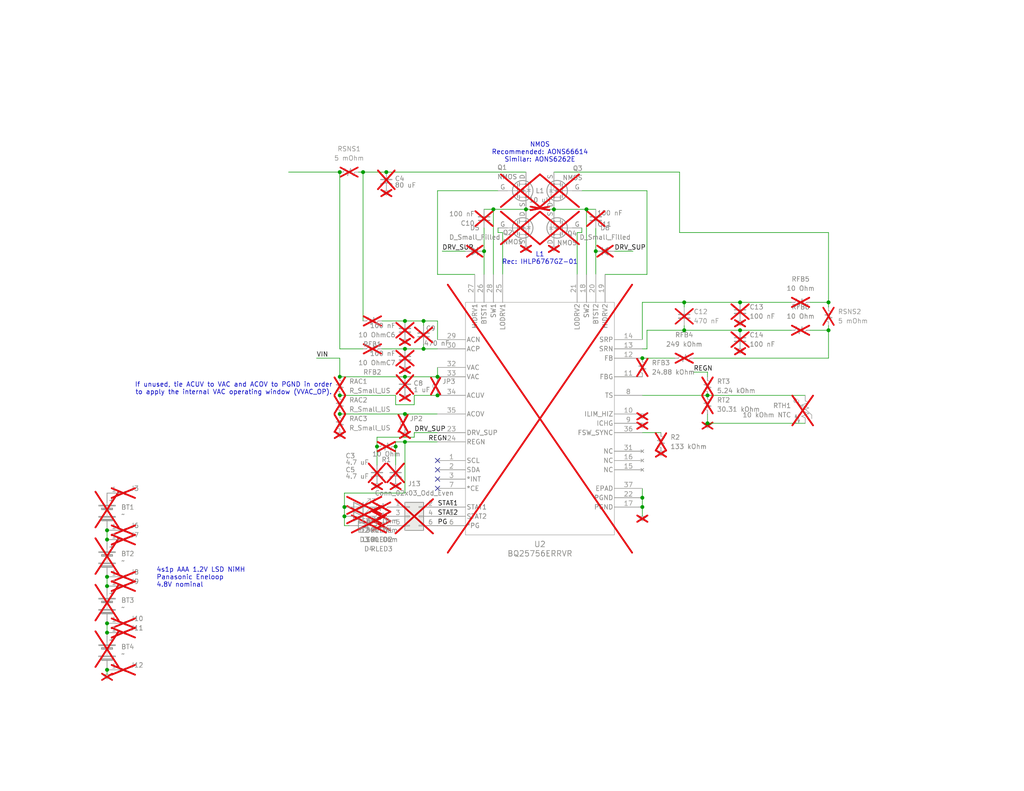
<source format=kicad_sch>
(kicad_sch (version 20231120) (generator "eeschema") (generator_version "8.0")
  (paper "USLetter")
  (lib_symbols
    (symbol "BQ25756E:BQ25756ERRVR" (pin_names (offset 0.254))
      (property "Reference" "U" (at 27.94 10.16 0))
      (property "Value" "BQ25756ERRVR" (at 27.94 7.62 0))
      (symbol "BQ25756ERRVR_0_1"
        (polyline (pts (xy 7.62 -58.42) (xy 48.26 -58.42)) (stroke (width 0.127)))
        (polyline (pts (xy 7.62 5.08) (xy 7.62 -58.42)) (stroke (width 0.127)))
        (polyline (pts (xy 48.26 -58.42) (xy 48.26 5.08)) (stroke (width 0.127)))
        (polyline (pts (xy 48.26 5.08) (xy 7.62 5.08)) (stroke (width 0.127)))
        (pin input line (at 0 -38.1 0) (length 7.62) (name "SCL") (number "1"))
        (pin input line (at 55.88 -25.4 180) (length 7.62) (name "ILIM_HIZ") (number "10"))
        (pin input line (at 55.88 -15.24 180) (length 7.62) (name "FBG") (number "11"))
        (pin input line (at 55.88 -10.16 180) (length 7.62) (name "FB") (number "12"))
        (pin input line (at 55.88 -7.62 180) (length 7.62) (name "SRN") (number "13"))
        (pin input line (at 55.88 -5.08 180) (length 7.62) (name "SRP") (number "14"))
        (pin no_connect line (at 55.88 -40.64 180) (length 7.62) (name "NC") (number "15"))
        (pin no_connect line (at 55.88 -38.1 180) (length 7.62) (name "NC") (number "16"))
        (pin power_out line (at 55.88 -50.8 180) (length 7.62) (name "PGND") (number "17"))
        (pin power_in line (at 40.64 12.7 270) (length 7.62) (name "SW2") (number "18"))
        (pin output line (at 45.72 12.7 270) (length 7.62) (name "HIDRV2") (number "19"))
        (pin bidirectional line (at 0 -40.64 0) (length 7.62) (name "SDA") (number "2"))
        (pin power_in line (at 43.18 12.7 270) (length 7.62) (name "BTST2") (number "20"))
        (pin output line (at 38.1 12.7 270) (length 7.62) (name "LODRV2") (number "21"))
        (pin power_in line (at 55.88 -48.26 180) (length 7.62) (name "PGND") (number "22"))
        (pin power_in line (at 0 -30.48 0) (length 7.62) (name "DRV_SUP") (number "23"))
        (pin power_in line (at 0 -33.02 0) (length 7.62) (name "REGN") (number "24"))
        (pin output line (at 17.78 12.7 270) (length 7.62) (name "LODRV1") (number "25"))
        (pin power_in line (at 12.7 12.7 270) (length 7.62) (name "BTST1") (number "26"))
        (pin output line (at 10.16 12.7 270) (length 7.62) (name "HIDRV1") (number "27"))
        (pin power_in line (at 15.24 12.7 270) (length 7.62) (name "SW1") (number "28"))
        (pin input line (at 0 -5.08 0) (length 7.62) (name "ACN") (number "29"))
        (pin output line (at 0 -43.18 0) (length 7.62) (name "*INT") (number "3"))
        (pin input line (at 0 -7.62 0) (length 7.62) (name "ACP") (number "30"))
        (pin no_connect line (at 55.88 -35.56 180) (length 7.62) (name "NC") (number "31"))
        (pin power_in line (at 0 -12.7 0) (length 7.62) (name "VAC") (number "32"))
        (pin input line (at 0 -15.24 0) (length 7.62) (name "VAC") (number "33"))
        (pin input line (at 0 -20.32 0) (length 7.62) (name "ACUV") (number "34"))
        (pin input line (at 0 -25.4 0) (length 7.62) (name "ACOV") (number "35"))
        (pin power_in line (at 55.88 -30.48 180) (length 7.62) (name "FSW_SYNC") (number "36"))
        (pin power_out line (at 55.88 -45.72 180) (length 7.62) (name "EPAD") (number "37"))
        (pin output line (at 0 -50.8 0) (length 7.62) (name "STAT1") (number "4"))
        (pin output line (at 0 -53.34 0) (length 7.62) (name "STAT2") (number "5"))
        (pin output line (at 0 -55.88 0) (length 7.62) (name "*PG") (number "6"))
        (pin bidirectional line (at 0 -45.72 0) (length 7.62) (name "*CE") (number "7"))
        (pin input line (at 55.88 -20.32 180) (length 7.62) (name "TS") (number "8"))
        (pin input line (at 55.88 -27.94 180) (length 7.62) (name "ICHG") (number "9"))
      )
    )
    (symbol "Connector:Conn_01x01_Socket" (pin_names (offset 1.016) hide)
      (property "Reference" "J" (at 0 2.54 0))
      (property "Value" "Conn_01x01_Socket" (at 0 -2.54 0))
      (symbol "Conn_01x01_Socket_1_1"
        (polyline (pts (xy -1.27 0) (xy -0.508 0)) (stroke (width 0.1524)))
        (arc (start 0 0.508) (mid -0.5058 0) (end 0 -0.508) (stroke (width 0.1524)))
        (pin passive line (at -5.08 0 0) (length 3.81) (name "Pin_1") (number "1"))
      )
    )
    (symbol "Connector_Generic:Conn_02x03_Odd_Even" (pin_names (offset 1.016) hide)
      (property "Reference" "J" (at 1.27 5.08 0))
      (property "Value" "Conn_02x03_Odd_Even" (at 1.27 -5.08 0))
      (symbol "Conn_02x03_Odd_Even_1_1"
        (rectangle (start -1.27 -2.413) (end 0 -2.667) (stroke (width 0.1524)))
        (rectangle (start -1.27 0.127) (end 0 -0.127) (stroke (width 0.1524)))
        (rectangle (start -1.27 2.667) (end 0 2.413) (stroke (width 0.1524)))
        (rectangle (start -1.27 3.81) (end 3.81 -3.81) (stroke (width 0.254)) (fill (type background)))
        (rectangle (start 3.81 -2.413) (end 2.54 -2.667) (stroke (width 0.1524)))
        (rectangle (start 3.81 0.127) (end 2.54 -0.127) (stroke (width 0.1524)))
        (rectangle (start 3.81 2.667) (end 2.54 2.413) (stroke (width 0.1524)))
        (pin passive line (at -5.08 2.54 0) (length 3.81) (name "Pin_1") (number "1"))
        (pin passive line (at 7.62 2.54 180) (length 3.81) (name "Pin_2") (number "2"))
        (pin passive line (at -5.08 0 0) (length 3.81) (name "Pin_3") (number "3"))
        (pin passive line (at 7.62 0 180) (length 3.81) (name "Pin_4") (number "4"))
        (pin passive line (at -5.08 -2.54 0) (length 3.81) (name "Pin_5") (number "5"))
        (pin passive line (at 7.62 -2.54 180) (length 3.81) (name "Pin_6") (number "6"))
      )
    )
    (symbol "Device:Battery" (pin_numbers hide) (pin_names (offset 0) hide)
      (property "Reference" "BT" (at 2.54 2.54 0))
      (property "Value" "Battery" (at 2.54 0 0))
      (symbol "Battery_0_1"
        (rectangle (start -2.286 -1.27) (end 2.286 -1.524) (fill (type outline)))
        (rectangle (start -2.286 1.778) (end 2.286 1.524) (fill (type outline)))
        (rectangle (start -1.524 -2.032) (end 1.524 -2.54) (fill (type outline)))
        (rectangle (start -1.524 1.016) (end 1.524 0.508) (fill (type outline)))
        (polyline (pts (xy 0 -1.016) (xy 0 -0.762)))
        (polyline (pts (xy 0 -0.508) (xy 0 -0.254)))
        (polyline (pts (xy 0 0) (xy 0 0.254)))
        (polyline (pts (xy 0 1.778) (xy 0 2.54)))
        (polyline (pts (xy 0.762 3.048) (xy 1.778 3.048)) (stroke (width 0.254)))
        (polyline (pts (xy 1.27 3.556) (xy 1.27 2.54)) (stroke (width 0.254)))
      )
      (symbol "Battery_1_1"
        (pin passive line (at 0 5.08 270) (length 2.54) (name "+") (number "1"))
        (pin passive line (at 0 -5.08 90) (length 2.54) (name "-") (number "2"))
      )
    )
    (symbol "Device:C_Polarized_Small_US" (pin_numbers hide) (pin_names (offset 0.254) hide)
      (property "Reference" "C" (at 0.254 1.778 0))
      (property "Value" "C_Polarized_Small_US" (at 0.254 -2.032 0))
      (symbol "C_Polarized_Small_US_0_1"
        (polyline (pts (xy -1.524 0.508) (xy 1.524 0.508)) (stroke (width 0.3048)))
        (polyline (pts (xy -1.27 1.524) (xy -0.762 1.524)))
        (polyline (pts (xy -1.016 1.27) (xy -1.016 1.778)))
        (arc (start 1.524 -0.762) (mid 0 -0.3734) (end -1.524 -0.762) (stroke (width 0.3048)))
      )
      (symbol "C_Polarized_Small_US_1_1"
        (pin passive line (at 0 2.54 270) (length 2.032) (name "~") (number "1"))
        (pin passive line (at 0 -2.54 90) (length 2.032) (name "~") (number "2"))
      )
    )
    (symbol "Device:C_Small" (pin_numbers hide) (pin_names (offset 0.254) hide)
      (property "Reference" "C" (at 0.254 1.778 0))
      (property "Value" "C_Small" (at 0.254 -2.032 0))
      (symbol "C_Small_0_1"
        (polyline (pts (xy -1.524 -0.508) (xy 1.524 -0.508)) (stroke (width 0.3302)))
        (polyline (pts (xy -1.524 0.508) (xy 1.524 0.508)) (stroke (width 0.3048)))
      )
      (symbol "C_Small_1_1"
        (pin passive line (at 0 2.54 270) (length 2.032) (name "~") (number "1"))
        (pin passive line (at 0 -2.54 90) (length 2.032) (name "~") (number "2"))
      )
    )
    (symbol "Device:D_Small_Filled" (pin_numbers hide) (pin_names (offset 0.254) hide)
      (property "Reference" "D" (at -1.27 2.032 0))
      (property "Value" "D_Small_Filled" (at -3.81 -2.032 0))
      (symbol "D_Small_Filled_0_1"
        (polyline (pts (xy -0.762 -1.016) (xy -0.762 1.016)) (stroke (width 0.254)))
        (polyline (pts (xy -0.762 0) (xy 0.762 0)))
        (polyline (pts (xy 0.762 -1.016) (xy -0.762 0) (xy 0.762 1.016) (xy 0.762 -1.016)) (stroke (width 0.254)) (fill (type outline)))
      )
      (symbol "D_Small_Filled_1_1"
        (pin passive line (at -2.54 0 0) (length 1.778) (name "K") (number "1"))
        (pin passive line (at 2.54 0 180) (length 1.778) (name "A") (number "2"))
      )
    )
    (symbol "Device:LED" (pin_numbers hide) (pin_names (offset 1.016) hide)
      (property "Reference" "D" (at 0 2.54 0))
      (property "Value" "LED" (at 0 -2.54 0))
      (symbol "LED_0_1"
        (polyline (pts (xy -1.27 -1.27) (xy -1.27 1.27)) (stroke (width 0.254)))
        (polyline (pts (xy -1.27 0) (xy 1.27 0)))
        (polyline (pts (xy 1.27 -1.27) (xy 1.27 1.27) (xy -1.27 0) (xy 1.27 -1.27)) (stroke (width 0.254)))
        (polyline (pts (xy -3.048 -0.762) (xy -4.572 -2.286) (xy -3.81 -2.286) (xy -4.572 -2.286) (xy -4.572 -1.524)))
        (polyline (pts (xy -1.778 -0.762) (xy -3.302 -2.286) (xy -2.54 -2.286) (xy -3.302 -2.286) (xy -3.302 -1.524)))
      )
      (symbol "LED_1_1"
        (pin passive line (at -3.81 0 0) (length 2.54) (name "K") (number "1"))
        (pin passive line (at 3.81 0 180) (length 2.54) (name "A") (number "2"))
      )
    )
    (symbol "Device:L_Small" (pin_numbers hide) (pin_names (offset 0.254) hide)
      (property "Reference" "L" (at 0.762 1.016 0))
      (property "Value" "L_Small" (at 0.762 -1.016 0))
      (symbol "L_Small_0_1"
        (arc (start 0 -2.032) (mid 0.5058 -1.524) (end 0 -1.016))
        (arc (start 0 -1.016) (mid 0.5058 -0.508) (end 0 0))
        (arc (start 0 0) (mid 0.5058 0.508) (end 0 1.016))
        (arc (start 0 1.016) (mid 0.5058 1.524) (end 0 2.032))
      )
      (symbol "L_Small_1_1"
        (pin passive line (at 0 2.54 270) (length 0.508) (name "~") (number "1"))
        (pin passive line (at 0 -2.54 90) (length 0.508) (name "~") (number "2"))
      )
    )
    (symbol "Device:R_Small_US" (pin_numbers hide) (pin_names (offset 0.254) hide)
      (property "Reference" "R" (at 0.762 0.508 0))
      (property "Value" "R_Small_US" (at 0.762 -1.016 0))
      (symbol "R_Small_US_1_1"
        (polyline (pts (xy 0 0) (xy 1.016 -0.381) (xy 0 -0.762) (xy -1.016 -1.143) (xy 0 -1.524)))
        (polyline (pts (xy 0 1.524) (xy 1.016 1.143) (xy 0 0.762) (xy -1.016 0.381) (xy 0 0)))
        (pin passive line (at 0 2.54 270) (length 1.016) (name "~") (number "1"))
        (pin passive line (at 0 -2.54 90) (length 1.016) (name "~") (number "2"))
      )
    )
    (symbol "Device:Thermistor_NTC_US" (pin_numbers hide) (pin_names (offset 0))
      (property "Reference" "TH" (at -4.445 0 90))
      (property "Value" "Thermistor_NTC_US" (at 3.175 0 90))
      (symbol "Thermistor_NTC_US_0_1"
        (arc (start -3.048 2.159) (mid -3.0495 2.3143) (end -3.175 2.413))
        (arc (start -3.048 2.159) (mid -2.9736 1.9794) (end -2.794 1.905))
        (arc (start -3.048 2.794) (mid -2.9736 2.6144) (end -2.794 2.54))
        (arc (start -2.794 1.905) (mid -2.6144 1.9794) (end -2.54 2.159))
        (arc (start -2.794 2.54) (mid -2.4393 2.5587) (end -2.159 2.794))
        (arc (start -2.794 3.048) (mid -2.9736 2.9736) (end -3.048 2.794))
        (arc (start -2.54 2.794) (mid -2.6144 2.9736) (end -2.794 3.048))
        (polyline (pts (xy -2.54 2.159) (xy -2.54 2.794)))
        (polyline (pts (xy 0 -2.286) (xy 0 -2.54)))
        (polyline (pts (xy 0 2.286) (xy 0 2.54)))
        (polyline (pts (xy -1.778 2.54) (xy -1.778 1.524) (xy 1.778 -1.524) (xy 1.778 -2.54)))
        (polyline (pts (xy 0 -0.762) (xy 1.016 -1.143) (xy 0 -1.524) (xy -1.016 -1.905) (xy 0 -2.286)))
        (polyline (pts (xy 0 0.762) (xy 1.016 0.381) (xy 0 0) (xy -1.016 -0.381) (xy 0 -0.762)))
        (polyline (pts (xy 0 2.286) (xy 1.016 1.905) (xy 0 1.524) (xy -1.016 1.143) (xy 0 0.762)))
        (polyline (pts (xy -2.54 -3.683) (xy -2.54 -1.397) (xy -2.794 -2.159) (xy -2.286 -2.159) (xy -2.54 -1.397) (xy -2.54 -1.651)) (fill (type outline)))
        (polyline (pts (xy -1.778 -1.397) (xy -1.778 -3.683) (xy -2.032 -2.921) (xy -1.524 -2.921) (xy -1.778 -3.683) (xy -1.778 -3.429)) (fill (type outline)))
      )
      (symbol "Thermistor_NTC_US_1_1"
        (pin passive line (at 0 3.81 270) (length 1.27) (name "~") (number "1"))
        (pin passive line (at 0 -3.81 90) (length 1.27) (name "~") (number "2"))
      )
    )
    (symbol "Jumper:Jumper_2_Small_Open" (pin_numbers hide) (pin_names (offset 0) hide) (exclude_from_sim yes)
      (property "Reference" "JP" (at 0 2.794 0))
      (property "Value" "Jumper_2_Small_Open" (at 0 -2.286 0))
      (symbol "Jumper_2_Small_Open_0_0"
        (circle (center -1.016 0) (radius 0.254))
        (circle (center 1.016 0) (radius 0.254))
      )
      (symbol "Jumper_2_Small_Open_0_1"
        (arc (start 0.762 1.0196) (mid 0 1.2729) (end -0.762 1.0196))
      )
      (symbol "Jumper_2_Small_Open_1_1"
        (pin passive line (at -2.54 0 0) (length 1.27) (name "A") (number "1"))
        (pin passive line (at 2.54 0 180) (length 1.27) (name "B") (number "2"))
      )
    )
    (symbol "Simulation_SPICE:0" (power) (pin_numbers hide) (pin_names (offset 0) hide)
      (property "Value" "0" (at 0 -2.54 0))
      (symbol "0_0_1"
        (polyline (pts (xy -1.27 0) (xy 0 -1.27) (xy 1.27 0) (xy -1.27 0)))
      )
      (symbol "0_1_1"
        (pin power_in line (at 0 0 0) (length 0) (name "~") (number "1"))
      )
    )
    (symbol "Simulation_SPICE:NMOS" (pin_numbers hide) (pin_names (offset 0))
      (property "Reference" "Q" (at 5.08 1.27 0))
      (property "Value" "NMOS" (at 5.08 -1.27 0))
      (symbol "NMOS_0_1"
        (polyline (pts (xy 0.254 0) (xy -2.54 0)))
        (polyline (pts (xy 0.254 1.905) (xy 0.254 -1.905)) (stroke (width 0.254)))
        (polyline (pts (xy 0.762 -1.27) (xy 0.762 -2.286)) (stroke (width 0.254)))
        (polyline (pts (xy 0.762 0.508) (xy 0.762 -0.508)) (stroke (width 0.254)))
        (polyline (pts (xy 0.762 2.286) (xy 0.762 1.27)) (stroke (width 0.254)))
        (polyline (pts (xy 2.54 2.54) (xy 2.54 1.778)))
        (polyline (pts (xy 2.54 -2.54) (xy 2.54 0) (xy 0.762 0)))
        (polyline (pts (xy 0.762 -1.778) (xy 3.302 -1.778) (xy 3.302 1.778) (xy 0.762 1.778)))
        (polyline (pts (xy 1.016 0) (xy 2.032 0.381) (xy 2.032 -0.381) (xy 1.016 0)) (fill (type outline)))
        (polyline (pts (xy 2.794 0.508) (xy 2.921 0.381) (xy 3.683 0.381) (xy 3.81 0.254)))
        (polyline (pts (xy 3.302 0.381) (xy 2.921 -0.254) (xy 3.683 -0.254) (xy 3.302 0.381)))
        (circle (center 1.651 0) (radius 2.794) (stroke (width 0.254)))
        (circle (center 2.54 -1.778) (radius 0.254) (fill (type outline)))
        (circle (center 2.54 1.778) (radius 0.254) (fill (type outline)))
      )
      (symbol "NMOS_1_1"
        (pin passive line (at 2.54 5.08 270) (length 2.54) (name "D") (number "1"))
        (pin input line (at -5.08 0 0) (length 2.54) (name "G") (number "2"))
        (pin passive line (at 2.54 -5.08 90) (length 2.54) (name "S") (number "3"))
      )
    )
  )
  (junction (at 29.21 147.32))
  (junction (at 29.21 144.78))
  (junction (at 107.95 121.92))
  (junction (at 186.69 90.17))
  (junction (at 29.21 170.18))
  (junction (at 29.21 157.48))
  (junction (at 201.93 90.17))
  (junction (at 151.13 57.15))
  (junction (at 119.38 102.87))
  (junction (at 29.21 182.88))
  (junction (at 92.71 107.95))
  (junction (at 193.04 107.95))
  (junction (at 110.49 87.63))
  (junction (at 193.04 115.57))
  (junction (at 92.71 46.99))
  (junction (at 92.71 102.87))
  (junction (at 29.21 160.02))
  (junction (at 115.57 95.25))
  (junction (at 134.62 57.15))
  (junction (at 226.06 82.55))
  (junction (at 115.57 87.63))
  (junction (at 175.26 138.43))
  (junction (at 226.06 90.17))
  (junction (at 92.71 113.03))
  (junction (at 29.21 172.72))
  (junction (at 93.98 140.97))
  (junction (at 93.98 138.43))
  (junction (at 119.38 107.95))
  (junction (at 110.49 102.87))
  (junction (at 175.26 135.89))
  (junction (at 162.56 68.58))
  (junction (at 110.49 95.25))
  (junction (at 143.51 57.15))
  (junction (at 110.49 120.65))
  (junction (at 105.41 46.99))
  (junction (at 99.06 46.99))
  (junction (at 175.26 97.79))
  (junction (at 102.87 121.92))
  (junction (at 132.08 68.58))
  (junction (at 110.49 113.03))
  (junction (at 201.93 82.55))
  (junction (at 160.02 57.15))
  (junction (at 186.69 82.55))
  (no_connect (at 119.38 128.27))
  (no_connect (at 119.38 130.81))
  (no_connect (at 119.38 133.35))
  (no_connect (at 119.38 125.73))
  (wire (pts (xy 176.53 52.07) (xy 176.53 74.93)))
  (wire (pts (xy 120.65 68.58) (xy 127 68.58)))
  (wire (pts (xy 93.98 134.62) (xy 110.49 134.62)))
  (wire (pts (xy 110.49 102.87) (xy 119.38 102.87)))
  (wire (pts (xy 105.41 46.99) (xy 143.51 46.99)))
  (wire (pts (xy 162.56 68.58) (xy 162.56 74.93)))
  (wire (pts (xy 151.13 46.99) (xy 185.42 46.99)))
  (wire (pts (xy 186.69 82.55) (xy 186.69 83.82)))
  (wire (pts (xy 176.53 95.25) (xy 176.53 90.17)))
  (wire (pts (xy 104.14 95.25) (xy 110.49 95.25)))
  (wire (pts (xy 135.89 62.23) (xy 135.89 63.5)))
  (wire (pts (xy 219.71 115.57) (xy 193.04 115.57)))
  (wire (pts (xy 93.98 143.51) (xy 95.25 143.51)))
  (wire (pts (xy 110.49 95.25) (xy 115.57 95.25)))
  (wire (pts (xy 101.6 143.51) (xy 102.87 143.51)))
  (wire (pts (xy 115.57 87.63) (xy 115.57 88.9)))
  (wire (pts (xy 160.02 57.15) (xy 160.02 74.93)))
  (wire (pts (xy 78.74 46.99) (xy 92.71 46.99)))
  (wire (pts (xy 158.75 52.07) (xy 176.53 52.07)))
  (wire (pts (xy 102.87 119.38) (xy 102.87 121.92)))
  (wire (pts (xy 93.98 140.97) (xy 93.98 138.43)))
  (wire (pts (xy 157.48 63.5) (xy 157.48 74.93)))
  (wire (pts (xy 99.06 46.99) (xy 105.41 46.99)))
  (wire (pts (xy 115.57 95.25) (xy 119.38 95.25)))
  (wire (pts (xy 162.56 62.23) (xy 162.56 68.58)))
  (wire (pts (xy 113.03 110.49) (xy 107.95 110.49)))
  (wire (pts (xy 107.95 120.65) (xy 107.95 121.92)))
  (wire (pts (xy 113.03 107.95) (xy 119.38 107.95)))
  (wire (pts (xy 134.62 57.15) (xy 134.62 74.93)))
  (wire (pts (xy 113.03 107.95) (xy 113.03 110.49)))
  (wire (pts (xy 167.64 68.58) (xy 172.72 68.58)))
  (wire (pts (xy 158.75 62.23) (xy 158.75 63.5)))
  (wire (pts (xy 143.51 57.15) (xy 144.78 57.15)))
  (wire (pts (xy 132.08 57.15) (xy 134.62 57.15)))
  (wire (pts (xy 185.42 46.99) (xy 185.42 63.5)))
  (wire (pts (xy 113.03 118.11) (xy 119.38 118.11)))
  (wire (pts (xy 186.69 82.55) (xy 175.26 82.55)))
  (wire (pts (xy 119.38 87.63) (xy 115.57 87.63)))
  (wire (pts (xy 113.03 118.11) (xy 113.03 119.38)))
  (wire (pts (xy 226.06 82.55) (xy 226.06 83.82)))
  (wire (pts (xy 129.54 74.93) (xy 119.38 74.93)))
  (wire (pts (xy 115.57 87.63) (xy 110.49 87.63)))
  (wire (pts (xy 29.21 157.48) (xy 29.21 160.02)))
  (wire (pts (xy 92.71 102.87) (xy 92.71 97.79)))
  (wire (pts (xy 175.26 82.55) (xy 175.26 92.71)))
  (wire (pts (xy 201.93 90.17) (xy 215.9 90.17)))
  (wire (pts (xy 86.36 97.79) (xy 92.71 97.79)))
  (wire (pts (xy 189.23 97.79) (xy 226.06 97.79)))
  (wire (pts (xy 135.89 63.5) (xy 137.16 63.5)))
  (wire (pts (xy 110.49 113.03) (xy 119.38 113.03)))
  (wire (pts (xy 175.26 97.79) (xy 184.15 97.79)))
  (wire (pts (xy 107.95 120.65) (xy 110.49 120.65)))
  (wire (pts (xy 215.9 82.55) (xy 201.93 82.55)))
  (wire (pts (xy 92.71 95.25) (xy 92.71 46.99)))
  (wire (pts (xy 99.06 95.25) (xy 92.71 95.25)))
  (wire (pts (xy 175.26 133.35) (xy 175.26 135.89)))
  (wire (pts (xy 176.53 90.17) (xy 186.69 90.17)))
  (wire (pts (xy 226.06 90.17) (xy 226.06 97.79)))
  (wire (pts (xy 99.06 46.99) (xy 97.79 46.99)))
  (wire (pts (xy 107.95 127) (xy 107.95 121.92)))
  (wire (pts (xy 107.95 110.49) (xy 107.95 107.95)))
  (wire (pts (xy 193.04 101.6) (xy 193.04 102.87)))
  (wire (pts (xy 189.23 101.6) (xy 193.04 101.6)))
  (wire (pts (xy 160.02 57.15) (xy 162.56 57.15)))
  (wire (pts (xy 137.16 63.5) (xy 137.16 74.93)))
  (wire (pts (xy 102.87 127) (xy 102.87 121.92)))
  (wire (pts (xy 193.04 107.95) (xy 219.71 107.95)))
  (wire (pts (xy 175.26 135.89) (xy 175.26 138.43)))
  (wire (pts (xy 119.38 74.93) (xy 119.38 52.07)))
  (wire (pts (xy 158.75 63.5) (xy 157.48 63.5)))
  (wire (pts (xy 226.06 63.5) (xy 226.06 82.55)))
  (wire (pts (xy 151.13 57.15) (xy 149.86 57.15)))
  (wire (pts (xy 151.13 57.15) (xy 160.02 57.15)))
  (wire (pts (xy 113.03 119.38) (xy 102.87 119.38)))
  (wire (pts (xy 29.21 144.78) (xy 29.21 147.32)))
  (wire (pts (xy 132.08 68.58) (xy 132.08 74.93)))
  (wire (pts (xy 175.26 118.11) (xy 180.34 118.11)))
  (wire (pts (xy 119.38 92.71) (xy 119.38 87.63)))
  (wire (pts (xy 185.42 63.5) (xy 226.06 63.5)))
  (wire (pts (xy 175.26 95.25) (xy 176.53 95.25)))
  (wire (pts (xy 220.98 82.55) (xy 226.06 82.55)))
  (wire (pts (xy 93.98 138.43) (xy 93.98 134.62)))
  (wire (pts (xy 107.95 107.95) (xy 92.71 107.95)))
  (wire (pts (xy 99.06 87.63) (xy 99.06 46.99)))
  (wire (pts (xy 92.71 102.87) (xy 110.49 102.87)))
  (wire (pts (xy 104.14 87.63) (xy 110.49 87.63)))
  (wire (pts (xy 29.21 182.88) (xy 29.21 184.15)))
  (wire (pts (xy 186.69 88.9) (xy 186.69 90.17)))
  (wire (pts (xy 29.21 170.18) (xy 29.21 172.72)))
  (wire (pts (xy 134.62 57.15) (xy 143.51 57.15)))
  (wire (pts (xy 201.93 82.55) (xy 186.69 82.55)))
  (wire (pts (xy 175.26 107.95) (xy 193.04 107.95)))
  (wire (pts (xy 119.38 100.33) (xy 119.38 102.87)))
  (wire (pts (xy 132.08 62.23) (xy 132.08 68.58)))
  (wire (pts (xy 193.04 115.57) (xy 193.04 113.03)))
  (wire (pts (xy 226.06 88.9) (xy 226.06 90.17)))
  (wire (pts (xy 175.26 138.43) (xy 175.26 140.97)))
  (wire (pts (xy 110.49 120.65) (xy 119.38 120.65)))
  (wire (pts (xy 176.53 74.93) (xy 165.1 74.93)))
  (wire (pts (xy 93.98 143.51) (xy 93.98 140.97)))
  (wire (pts (xy 220.98 90.17) (xy 226.06 90.17)))
  (wire (pts (xy 186.69 90.17) (xy 201.93 90.17)))
  (wire (pts (xy 119.38 52.07) (xy 135.89 52.07)))
  (wire (pts (xy 92.71 113.03) (xy 110.49 113.03)))
  (wire (pts (xy 115.57 95.25) (xy 115.57 93.98)))
  (wire (pts (xy 110.49 134.62) (xy 110.49 120.65)))
  (text "L1\nRec: IHLP6767GZ-01" (at 147.32 70.612 0) (effects (font (size 1.27 1.27))))
  (text "NMOS\nRecommended: AONS66614\nSimilar: AONS6262E" (at 147.32 41.656 0) (effects (font (size 1.27 1.27))))
  (text "If unused, tie ACUV to VAC and ACOV to PGND in order\nto apply the internal VAC operating window (VVAC_OP)." (at 63.754 106.172 0) (effects (font (size 1.27 1.27))))
  (text "4s1p AAA 1.2V LSD NiMH\nPanasonic Eneloop\n4.8V nominal" (at 42.672 157.734 0) (effects (font (size 1.27 1.27)) (justify left)))
  (label "DRV_SUP" (at 113.03 118.11 0))
  (label "PG" (at 119.38 143.51 0))
  (label "STAT2" (at 119.38 140.97 0))
  (label "REGN" (at 116.84 120.65 0))
  (label "REGN" (at 189.23 101.6 0))
  (label "VIN" (at 86.36 97.79 0))
  (label "DRV_SUP" (at 120.65 68.58 0))
  (label "STAT1" (at 119.38 138.43 0))
  (label "DRV_SUP" (at 167.64 68.58 0))
  (symbol (lib_id "Simulation_SPICE:NMOS") (at 140.97 62.23 0) (unit 1) (in_bom no) (on_board no) (dnp yes)
    (property "Reference" "Q2" (at 137.16 63.5 0) (effects (justify left)))
    (property "Value" "NMOS" (at 137.16 66.04 0) (effects (justify left)))
    (property "Footprint" "Package_SON:VSONP-8-1EP_5x6_P1.27mm" (effects (hide yes)))
    (property "Datasheet" "https://ngspice.sourceforge.io/docs/ngspice-html-manual/manual.xhtml#cha_MOSFETs" (effects (hide yes)))
    (property "Description" "N-MOSFET transistor, drain/source/gate" (effects (hide yes)))
    (property "Sim.Device" "NMOS" (effects (hide yes)))
    (property "Sim.Type" "VDMOS" (effects (hide yes)))
    (property "Sim.Pins" "1=D 2=G 3=S" (effects (hide yes)))
  )
  (symbol (lib_id "Device:R_Small_US") (at 104.14 138.43 270) (unit 1) (in_bom no) (on_board no) (dnp yes)
    (property "Reference" "RLED1" (at 104.14 144.78 90))
    (property "Value" "300 Ohm" (at 104.14 142.24 90))
    (property "Footprint" "Resistor_SMD:R_0603_1608Metric" (effects (hide yes)))
    (property "Description" "Resistor, small US symbol" (effects (hide yes)))
  )
  (symbol (lib_id "Device:R_Small_US") (at 175.26 100.33 0) (unit 1) (in_bom no) (on_board no) (dnp yes)
    (property "Reference" "RFB3" (at 177.8 99.0599 0) (effects (justify left)))
    (property "Value" "24.88 kOhm" (at 177.8 101.5999 0) (effects (justify left)))
    (property "Footprint" "Resistor_SMD:R_0603_1608Metric" (effects (hide yes)))
    (property "Description" "Resistor, small US symbol" (effects (hide yes)))
  )
  (symbol (lib_id "Simulation_SPICE:0") (at 105.41 52.07 0) (unit 1) (in_bom no) (on_board no) (dnp yes)
    (property "Reference" "#GND08" (effects (hide yes)))
    (property "Value" "0" (effects (hide yes)))
    (property "Datasheet" "https://ngspice.sourceforge.io/docs/ngspice-html-manual/manual.xhtml#subsec_Circuit_elements__device" (effects (hide yes)))
    (property "Description" "0V reference potential for simulation" (effects (hide yes)))
  )
  (symbol (lib_id "Device:Battery") (at 29.21 139.7 0) (unit 1) (in_bom no) (on_board no) (dnp yes)
    (property "Reference" "BT1" (at 33.02 138.4934 0) (effects (justify left)))
    (property "Value" "~" (at 33.02 140.3985 0) (effects (justify left)))
    (property "Footprint" "Battery:BatteryHolder_Keystone_2468_2xAAA" (effects (hide yes)))
    (property "Description" "Multiple-cell battery" (effects (hide yes)))
  )
  (symbol (lib_id "Device:L_Small") (at 147.32 57.15 90) (unit 1) (in_bom no) (on_board no) (dnp yes)
    (property "Reference" "L1" (at 147.32 52.07 90))
    (property "Value" "10 uH" (at 147.32 54.61 90))
    (property "Footprint" "Inductor_SMD:L_12x12mm_H8mm" (effects (hide yes)))
    (property "Description" "Inductor, small symbol" (effects (hide yes)))
  )
  (symbol (lib_id "Device:LED") (at 97.79 138.43 180) (unit 1) (in_bom no) (on_board no) (dnp yes)
    (property "Reference" "D2" (at 99.3775 144.78 0))
    (property "Value" "LED" (at 99.3775 142.24 0))
    (property "Footprint" "LED_SMD:LED_0603_1608Metric" (effects (hide yes)))
    (property "Description" "Light emitting diode" (effects (hide yes)))
  )
  (symbol (lib_id "Device:D_Small_Filled") (at 129.54 68.58 180) (unit 1) (in_bom no) (on_board no) (dnp yes)
    (property "Reference" "D5" (at 129.54 62.23 0))
    (property "Value" "D_Small_Filled" (at 129.54 64.77 0))
    (property "Footprint" "Diode_SMD:D_0603_1608Metric" (effects (hide yes)))
    (property "Description" "Diode, small symbol, filled shape" (effects (hide yes)))
    (property "Sim.Device" "D" (effects (hide yes)))
    (property "Sim.Pins" "1=K 2=A" (effects (hide yes)))
  )
  (symbol (lib_id "Connector:Conn_01x01_Socket") (at 34.29 182.88 0) (unit 1) (in_bom no) (on_board no) (dnp yes)
    (property "Reference" "J12" (at 35.56 181.6099 0) (effects (justify left)))
    (property "Value" "Conn_01x01_Socket" (effects (hide yes)))
    (property "Footprint" "Keystone82:BAT_82" (effects (hide yes)))
    (property "Description" "Generic connector, single row, 01x01, script generated" (effects (hide yes)))
  )
  (symbol (lib_id "Simulation_SPICE:0") (at 92.71 118.11 0) (unit 1) (in_bom no) (on_board no) (dnp yes)
    (property "Reference" "#GND06" (effects (hide yes)))
    (property "Value" "0" (effects (hide yes)))
    (property "Datasheet" "https://ngspice.sourceforge.io/docs/ngspice-html-manual/manual.xhtml#subsec_Circuit_elements__device" (effects (hide yes)))
    (property "Description" "0V reference potential for simulation" (effects (hide yes)))
  )
  (symbol (lib_id "Device:R_Small_US") (at 180.34 120.65 0) (unit 1) (in_bom no) (on_board no) (dnp yes)
    (property "Reference" "R2" (at 182.88 119.3799 0) (effects (justify left)))
    (property "Value" "133 kOhm" (at 182.88 121.9199 0) (effects (justify left)))
    (property "Footprint" "Resistor_SMD:R_0603_1608Metric" (effects (hide yes)))
    (property "Description" "Resistor, small US symbol" (effects (hide yes)))
  )
  (symbol (lib_id "Device:R_Small_US") (at 92.71 110.49 0) (unit 1) (in_bom no) (on_board no) (dnp yes)
    (property "Reference" "RAC2" (at 95.25 109.2199 0) (effects (justify left)))
    (property "Value" "R_Small_US" (at 95.25 111.7599 0) (effects (justify left)))
    (property "Footprint" "Resistor_SMD:R_0603_1608Metric" (effects (hide yes)))
    (property "Description" "Resistor, small US symbol" (effects (hide yes)))
  )
  (symbol (lib_id "Simulation_SPICE:0") (at 107.95 132.08 0) (unit 1) (in_bom no) (on_board no) (dnp yes)
    (property "Reference" "#GND09" (effects (hide yes)))
    (property "Value" "0" (effects (hide yes)))
    (property "Datasheet" "https://ngspice.sourceforge.io/docs/ngspice-html-manual/manual.xhtml#subsec_Circuit_elements__device" (effects (hide yes)))
    (property "Description" "0V reference potential for simulation" (effects (hide yes)))
  )
  (symbol (lib_id "Device:R_Small_US") (at 104.14 143.51 270) (unit 1) (in_bom no) (on_board no) (dnp yes)
    (property "Reference" "RLED3" (at 104.14 149.86 90))
    (property "Value" "300 Ohm" (at 104.14 147.32 90))
    (property "Footprint" "Resistor_SMD:R_0603_1608Metric" (effects (hide yes)))
    (property "Description" "Resistor, small US symbol" (effects (hide yes)))
  )
  (symbol (lib_id "Simulation_SPICE:NMOS") (at 140.97 52.07 0) (unit 1) (in_bom no) (on_board no) (dnp yes)
    (property "Reference" "Q1" (at 135.636 45.72 0) (effects (justify left)))
    (property "Value" "NMOS" (at 135.636 48.26 0) (effects (justify left)))
    (property "Footprint" "Package_SON:VSONP-8-1EP_5x6_P1.27mm" (effects (hide yes)))
    (property "Datasheet" "https://ngspice.sourceforge.io/docs/ngspice-html-manual/manual.xhtml#cha_MOSFETs" (effects (hide yes)))
    (property "Description" "N-MOSFET transistor, drain/source/gate" (effects (hide yes)))
    (property "Sim.Device" "NMOS" (effects (hide yes)))
    (property "Sim.Type" "VDMOS" (effects (hide yes)))
    (property "Sim.Pins" "1=D 2=G 3=S" (effects (hide yes)))
  )
  (symbol (lib_id "Device:C_Polarized_Small_US") (at 107.95 129.54 0) (unit 1) (in_bom no) (on_board no) (dnp yes)
    (property "Reference" "C5" (at 94.234 128.27 0) (effects (justify left)))
    (property "Value" "4.7 uF" (at 94.234 130.048 0) (effects (justify left)))
    (property "Footprint" "Capacitor_SMD:CP_Elec_8x5.4" (effects (hide yes)))
    (property "Description" "Polarized capacitor, small US symbol" (effects (hide yes)))
  )
  (symbol (lib_id "Device:Thermistor_NTC_US") (at 219.71 111.76 0) (unit 1) (in_bom no) (on_board no) (dnp yes)
    (property "Reference" "RTH1" (at 215.9 110.744 0) (effects (justify right)))
    (property "Value" "10 kOhm NTC" (at 215.9 113.284 0) (effects (justify right)))
    (property "Footprint" "Connector_PinHeader_2.54mm:PinHeader_1x02_P2.54mm_Vertical" (effects (hide yes)))
    (property "Description" "Temperature dependent resistor, negative temperature coefficient, US symbol" (effects (hide yes)))
  )
  (symbol (lib_id "Simulation_SPICE:0") (at 29.21 184.15 0) (unit 1) (in_bom no) (on_board no) (dnp yes)
    (property "Reference" "#GND013" (effects (hide yes)))
    (property "Value" "0" (effects (hide yes)))
    (property "Datasheet" "https://ngspice.sourceforge.io/docs/ngspice-html-manual/manual.xhtml#subsec_Circuit_elements__device" (effects (hide yes)))
    (property "Description" "0V reference potential for simulation" (effects (hide yes)))
  )
  (symbol (lib_id "Device:R_Small_US") (at 105.41 121.92 270) (unit 1) (in_bom no) (on_board no) (dnp yes)
    (property "Reference" "R1" (at 105.41 125.476 90))
    (property "Value" "10 Ohm" (at 105.41 123.952 90))
    (property "Footprint" "Resistor_SMD:R_0603_1608Metric" (effects (hide yes)))
    (property "Description" "Resistor, small US symbol" (effects (hide yes)))
  )
  (symbol (lib_id "Connector:Conn_01x01_Socket") (at 34.29 172.72 0) (unit 1) (in_bom no) (on_board no) (dnp yes)
    (property "Reference" "J11" (at 35.56 171.4499 0) (effects (justify left)))
    (property "Value" "Conn_01x01_Socket" (effects (hide yes)))
    (property "Footprint" "Keystone82:BAT_82" (effects (hide yes)))
    (property "Description" "Generic connector, single row, 01x01, script generated" (effects (hide yes)))
  )
  (symbol (lib_id "Device:D_Small_Filled") (at 165.1 68.58 0) (unit 1) (in_bom no) (on_board no) (dnp yes)
    (property "Reference" "D6" (at 165.1 62.23 0))
    (property "Value" "D_Small_Filled" (at 165.1 64.77 0))
    (property "Footprint" "Diode_SMD:D_0603_1608Metric" (effects (hide yes)))
    (property "Description" "Diode, small symbol, filled shape" (effects (hide yes)))
    (property "Sim.Device" "D" (effects (hide yes)))
    (property "Sim.Pins" "1=K 2=A" (effects (hide yes)))
  )
  (symbol (lib_id "Simulation_SPICE:0") (at 201.93 95.25 0) (unit 1) (in_bom no) (on_board no) (dnp yes)
    (property "Reference" "#GND025" (effects (hide yes)))
    (property "Value" "0" (effects (hide yes)))
    (property "Datasheet" "https://ngspice.sourceforge.io/docs/ngspice-html-manual/manual.xhtml#subsec_Circuit_elements__device" (effects (hide yes)))
    (property "Description" "0V reference potential for simulation" (effects (hide yes)))
  )
  (symbol (lib_id "Connector:Conn_01x01_Socket") (at 34.29 160.02 0) (unit 1) (in_bom no) (on_board no) (dnp yes)
    (property "Reference" "J9" (at 35.56 158.7499 0) (effects (justify left)))
    (property "Value" "Conn_01x01_Socket" (effects (hide yes)))
    (property "Footprint" "Keystone82:BAT_82" (effects (hide yes)))
    (property "Description" "Generic connector, single row, 01x01, script generated" (effects (hide yes)))
  )
  (symbol (lib_id "Simulation_SPICE:0") (at 193.04 115.57 0) (unit 1) (in_bom no) (on_board no) (dnp yes)
    (property "Reference" "#GND023" (effects (hide yes)))
    (property "Value" "0" (effects (hide yes)))
    (property "Datasheet" "https://ngspice.sourceforge.io/docs/ngspice-html-manual/manual.xhtml#subsec_Circuit_elements__device" (effects (hide yes)))
    (property "Description" "0V reference potential for simulation" (effects (hide yes)))
  )
  (symbol (lib_id "Device:R_Small_US") (at 92.71 115.57 0) (unit 1) (in_bom no) (on_board no) (dnp yes)
    (property "Reference" "RAC3" (at 95.25 114.2999 0) (effects (justify left)))
    (property "Value" "R_Small_US" (at 95.25 116.8399 0) (effects (justify left)))
    (property "Footprint" "Resistor_SMD:R_0603_1608Metric" (effects (hide yes)))
    (property "Description" "Resistor, small US symbol" (effects (hide yes)))
  )
  (symbol (lib_id "Device:C_Small") (at 201.93 85.09 0) (unit 1) (in_bom no) (on_board no) (dnp yes)
    (property "Reference" "C13" (at 204.47 83.8262 0) (effects (justify left)))
    (property "Value" "100 nF" (at 204.47 86.3662 0) (effects (justify left)))
    (property "Footprint" "Capacitor_SMD:C_0603_1608Metric" (effects (hide yes)))
    (property "Description" "Unpolarized capacitor, small symbol" (effects (hide yes)))
  )
  (symbol (lib_id "Device:C_Polarized_Small_US") (at 105.41 49.53 0) (unit 1) (in_bom no) (on_board no) (dnp yes)
    (property "Reference" "C4" (at 107.696 48.768 0) (effects (justify left)))
    (property "Value" "80 uF" (at 107.696 50.546 0) (effects (justify left)))
    (property "Footprint" "Capacitor_SMD:CP_Elec_10x10" (effects (hide yes)))
    (property "Description" "Polarized capacitor, small US symbol" (effects (hide yes)))
  )
  (symbol (lib_id "Simulation_SPICE:NMOS") (at 153.67 62.23 180) (unit 1) (in_bom no) (on_board no) (dnp yes)
    (property "Reference" "Q4" (at 157.48 63.754 0) (effects (justify left)))
    (property "Value" "NMOS" (at 157.48 66.294 0) (effects (justify left)))
    (property "Footprint" "Package_SON:VSONP-8-1EP_5x6_P1.27mm" (effects (hide yes)))
    (property "Datasheet" "https://ngspice.sourceforge.io/docs/ngspice-html-manual/manual.xhtml#cha_MOSFETs" (effects (hide yes)))
    (property "Description" "N-MOSFET transistor, drain/source/gate" (effects (hide yes)))
    (property "Sim.Device" "NMOS" (effects (hide yes)))
    (property "Sim.Type" "VDMOS" (effects (hide yes)))
    (property "Sim.Pins" "1=D 2=G 3=S" (effects (hide yes)))
  )
  (symbol (lib_id "Jumper:Jumper_2_Small_Open") (at 110.49 115.57 90) (unit 1) (exclude_from_sim yes) (in_bom no) (on_board no) (dnp yes)
    (property "Reference" "JP2" (at 111.76 114.2999 90) (effects (justify right)))
    (property "Value" "Jumper_2_Small_Open" (effects (hide yes)))
    (property "Footprint" "Connector_PinHeader_2.54mm:PinHeader_1x02_P2.54mm_Vertical" (effects (hide yes)))
    (property "Description" "Jumper, 2-pole, small symbol, open" (effects (hide yes)))
  )
  (symbol (lib_id "Device:R_Small_US") (at 226.06 86.36 0) (unit 1) (in_bom no) (on_board no) (dnp yes)
    (property "Reference" "RSNS2" (at 228.6 85.0899 0) (effects (justify left)))
    (property "Value" "5 mOhm" (at 228.6 87.6299 0) (effects (justify left)))
    (property "Footprint" "Resistor_SMD:R_0603_1608Metric" (effects (hide yes)))
    (property "Description" "Resistor, small US symbol" (effects (hide yes)))
  )
  (symbol (lib_id "Simulation_SPICE:0") (at 102.87 132.08 0) (unit 1) (in_bom no) (on_board no) (dnp yes)
    (property "Reference" "#GND07" (effects (hide yes)))
    (property "Value" "0" (effects (hide yes)))
    (property "Datasheet" "https://ngspice.sourceforge.io/docs/ngspice-html-manual/manual.xhtml#subsec_Circuit_elements__device" (effects (hide yes)))
    (property "Description" "0V reference potential for simulation" (effects (hide yes)))
  )
  (symbol (lib_id "Device:C_Small") (at 132.08 59.69 180) (unit 1) (in_bom no) (on_board no) (dnp yes)
    (property "Reference" "C10" (at 129.54 60.9538 0) (effects (justify left)))
    (property "Value" "100 nF" (at 129.54 58.4138 0) (effects (justify left)))
    (property "Footprint" "Capacitor_SMD:C_0603_1608Metric" (effects (hide yes)))
    (property "Description" "Unpolarized capacitor, small symbol" (effects (hide yes)))
  )
  (symbol (lib_id "Device:C_Small") (at 110.49 90.17 180) (unit 1) (in_bom no) (on_board no) (dnp yes)
    (property "Reference" "C6" (at 107.95 91.4338 0) (effects (justify left)))
    (property "Value" "100 nF" (at 107.95 88.8938 0) (effects (justify left)))
    (property "Footprint" "Capacitor_SMD:C_0603_1608Metric" (effects (hide yes)))
    (property "Description" "Unpolarized capacitor, small symbol" (effects (hide yes)))
  )
  (symbol (lib_id "Connector:Conn_01x01_Socket") (at 34.29 157.48 0) (unit 1) (in_bom no) (on_board no) (dnp yes)
    (property "Reference" "J8" (at 35.56 156.2099 0) (effects (justify left)))
    (property "Value" "Conn_01x01_Socket" (effects (hide yes)))
    (property "Footprint" "Keystone82:BAT_82" (effects (hide yes)))
    (property "Description" "Generic connector, single row, 01x01, script generated" (effects (hide yes)))
  )
  (symbol (lib_id "Simulation_SPICE:0") (at 110.49 100.33 0) (unit 1) (in_bom no) (on_board no) (dnp yes)
    (property "Reference" "#GND014" (effects (hide yes)))
    (property "Value" "0" (effects (hide yes)))
    (property "Datasheet" "https://ngspice.sourceforge.io/docs/ngspice-html-manual/manual.xhtml#subsec_Circuit_elements__device" (effects (hide yes)))
    (property "Description" "0V reference potential for simulation" (effects (hide yes)))
  )
  (symbol (lib_id "Device:C_Polarized_Small_US") (at 102.87 129.54 0) (unit 1) (in_bom no) (on_board no) (dnp yes)
    (property "Reference" "C3" (at 94.234 124.46 0) (effects (justify left)))
    (property "Value" "4.7 uF" (at 94.234 126.238 0) (effects (justify left)))
    (property "Footprint" "Capacitor_SMD:CP_Elec_8x5.4" (effects (hide yes)))
    (property "Description" "Polarized capacitor, small US symbol" (effects (hide yes)))
  )
  (symbol (lib_id "Device:R_Small_US") (at 104.14 140.97 270) (unit 1) (in_bom no) (on_board no) (dnp yes)
    (property "Reference" "RLED2" (at 104.14 147.32 90))
    (property "Value" "300 Ohm" (at 104.14 144.78 90))
    (property "Footprint" "Resistor_SMD:R_0603_1608Metric" (effects (hide yes)))
    (property "Description" "Resistor, small US symbol" (effects (hide yes)))
  )
  (symbol (lib_id "Device:Battery") (at 29.21 165.1 0) (unit 1) (in_bom no) (on_board no) (dnp yes)
    (property "Reference" "BT3" (at 33.02 163.8934 0) (effects (justify left)))
    (property "Value" "~" (at 33.02 165.7985 0) (effects (justify left)))
    (property "Footprint" "Battery:BatteryHolder_Keystone_2468_2xAAA" (effects (hide yes)))
    (property "Description" "Multiple-cell battery" (effects (hide yes)))
  )
  (symbol (lib_id "Simulation_SPICE:0") (at 110.49 92.71 0) (unit 1) (in_bom no) (on_board no) (dnp yes)
    (property "Reference" "#GND012" (effects (hide yes)))
    (property "Value" "0" (effects (hide yes)))
    (property "Datasheet" "https://ngspice.sourceforge.io/docs/ngspice-html-manual/manual.xhtml#subsec_Circuit_elements__device" (effects (hide yes)))
    (property "Description" "0V reference potential for simulation" (effects (hide yes)))
  )
  (symbol (lib_id "Device:C_Small") (at 115.57 91.44 180) (unit 1) (in_bom no) (on_board no) (dnp yes)
    (property "Reference" "C9" (at 118.872 89.662 0) (effects (justify left)))
    (property "Value" "470 nF" (at 122.682 93.726 0) (effects (justify left)))
    (property "Footprint" "Capacitor_SMD:C_0603_1608Metric" (effects (hide yes)))
    (property "Description" "Unpolarized capacitor, small symbol" (effects (hide yes)))
  )
  (symbol (lib_id "Device:R_Small_US") (at 218.44 82.55 90) (unit 1) (in_bom no) (on_board no) (dnp yes)
    (property "Reference" "RFB5" (at 218.44 76.2 90))
    (property "Value" "10 Ohm" (at 218.44 78.74 90))
    (property "Footprint" "Resistor_SMD:R_0603_1608Metric" (effects (hide yes)))
    (property "Description" "Resistor, small US symbol" (effects (hide yes)))
  )
  (symbol (lib_id "Connector:Conn_01x01_Socket") (at 34.29 170.18 0) (unit 1) (in_bom no) (on_board no) (dnp yes)
    (property "Reference" "J10" (at 35.56 168.9099 0) (effects (justify left)))
    (property "Value" "Conn_01x01_Socket" (effects (hide yes)))
    (property "Footprint" "Keystone82:BAT_82" (effects (hide yes)))
    (property "Description" "Generic connector, single row, 01x01, script generated" (effects (hide yes)))
  )
  (symbol (lib_id "Device:C_Small") (at 162.56 59.69 180) (unit 1) (in_bom no) (on_board no) (dnp yes)
    (property "Reference" "C11" (at 166.878 61.214 0) (effects (justify left)))
    (property "Value" "100 nF" (at 169.926 58.166 0) (effects (justify left)))
    (property "Footprint" "Capacitor_SMD:C_0603_1608Metric" (effects (hide yes)))
    (property "Description" "Unpolarized capacitor, small symbol" (effects (hide yes)))
  )
  (symbol (lib_id "Device:LED") (at 97.79 140.97 180) (unit 1) (in_bom no) (on_board no) (dnp yes)
    (property "Reference" "D3" (at 99.3775 147.32 0))
    (property "Value" "LED" (at 99.3775 144.78 0))
    (property "Footprint" "LED_SMD:LED_0603_1608Metric" (effects (hide yes)))
    (property "Description" "Light emitting diode" (effects (hide yes)))
  )
  (symbol (lib_id "Simulation_SPICE:0") (at 110.49 118.11 0) (unit 1) (in_bom no) (on_board no) (dnp yes)
    (property "Reference" "#GND016" (effects (hide yes)))
    (property "Value" "0" (effects (hide yes)))
    (property "Datasheet" "https://ngspice.sourceforge.io/docs/ngspice-html-manual/manual.xhtml#subsec_Circuit_elements__device" (effects (hide yes)))
    (property "Description" "0V reference potential for simulation" (effects (hide yes)))
  )
  (symbol (lib_id "Connector:Conn_01x01_Socket") (at 34.29 147.32 0) (unit 1) (in_bom no) (on_board no) (dnp yes)
    (property "Reference" "J7" (at 35.56 146.0499 0) (effects (justify left)))
    (property "Value" "Conn_01x01_Socket" (effects (hide yes)))
    (property "Footprint" "Keystone82:BAT_82" (effects (hide yes)))
    (property "Description" "Generic connector, single row, 01x01, script generated" (effects (hide yes)))
  )
  (symbol (lib_id "Device:R_Small_US") (at 186.69 97.79 90) (unit 1) (in_bom no) (on_board no) (dnp yes)
    (property "Reference" "RFB4" (at 186.69 91.44 90))
    (property "Value" "249 kOhm" (at 186.69 93.98 90))
    (property "Footprint" "Resistor_SMD:R_0603_1608Metric" (effects (hide yes)))
    (property "Description" "Resistor, small US symbol" (effects (hide yes)))
  )
  (symbol (lib_id "Connector_Generic:Conn_02x03_Odd_Even") (at 111.76 140.97 0) (unit 1) (in_bom no) (on_board no) (dnp yes)
    (property "Reference" "J13" (at 113.03 132.08 0))
    (property "Value" "Conn_02x03_Odd_Even" (at 113.03 134.62 0))
    (property "Footprint" "Connector_PinHeader_2.54mm:PinHeader_2x03_P2.54mm_Vertical" (effects (hide yes)))
    (property "Description" "Generic connector, double row, 02x03, odd/even pin numbering scheme (row 1 odd numbers, row 2 even numbers), script generated (kicad-library-utils/schlib/autogen/connector/)" (effects (hide yes)))
  )
  (symbol (lib_id "Device:Battery") (at 29.21 152.4 0) (unit 1) (in_bom no) (on_board no) (dnp yes)
    (property "Reference" "BT2" (at 33.02 151.1934 0) (effects (justify left)))
    (property "Value" "~" (at 33.02 153.0985 0) (effects (justify left)))
    (property "Footprint" "Battery:BatteryHolder_Keystone_2468_2xAAA" (effects (hide yes)))
    (property "Description" "Multiple-cell battery" (effects (hide yes)))
  )
  (symbol (lib_id "Simulation_SPICE:0") (at 110.49 107.95 0) (unit 1) (in_bom no) (on_board no) (dnp yes)
    (property "Reference" "#GND015" (effects (hide yes)))
    (property "Value" "0" (effects (hide yes)))
    (property "Datasheet" "https://ngspice.sourceforge.io/docs/ngspice-html-manual/manual.xhtml#subsec_Circuit_elements__device" (effects (hide yes)))
    (property "Description" "0V reference potential for simulation" (effects (hide yes)))
  )
  (symbol (lib_id "Device:C_Small") (at 201.93 92.71 0) (unit 1) (in_bom no) (on_board no) (dnp yes)
    (property "Reference" "C14" (at 204.47 91.4462 0) (effects (justify left)))
    (property "Value" "100 nF" (at 204.47 93.9862 0) (effects (justify left)))
    (property "Footprint" "Capacitor_SMD:C_0603_1608Metric" (effects (hide yes)))
    (property "Description" "Unpolarized capacitor, small symbol" (effects (hide yes)))
  )
  (symbol (lib_id "Connector:Conn_01x01_Socket") (at 34.29 144.78 0) (unit 1) (in_bom no) (on_board no) (dnp yes)
    (property "Reference" "J6" (at 35.56 143.5099 0) (effects (justify left)))
    (property "Value" "Conn_01x01_Socket" (effects (hide yes)))
    (property "Footprint" "Keystone82:BAT_82" (effects (hide yes)))
    (property "Description" "Generic connector, single row, 01x01, script generated" (effects (hide yes)))
  )
  (symbol (lib_id "Device:R_Small_US") (at 193.04 110.49 0) (unit 1) (in_bom no) (on_board no) (dnp yes)
    (property "Reference" "RT2" (at 195.58 109.2199 0) (effects (justify left)))
    (property "Value" "30.31 kOhm" (at 195.58 111.7599 0) (effects (justify left)))
    (property "Footprint" "Resistor_SMD:R_0603_1608Metric" (effects (hide yes)))
    (property "Description" "Resistor, small US symbol" (effects (hide yes)))
  )
  (symbol (lib_id "Device:R_Small_US") (at 95.25 46.99 270) (unit 1) (in_bom no) (on_board no) (dnp yes)
    (property "Reference" "RSNS1" (at 95.25 40.64 90))
    (property "Value" "5 mOhm" (at 95.25 43.18 90))
    (property "Footprint" "Resistor_SMD:R_0603_1608Metric" (effects (hide yes)))
    (property "Description" "Resistor, small US symbol" (effects (hide yes)))
  )
  (symbol (lib_id "Device:R_Small_US") (at 101.6 95.25 270) (unit 1) (in_bom no) (on_board no) (dnp yes)
    (property "Reference" "RFB2" (at 101.6 101.6 90))
    (property "Value" "10 Ohm" (at 101.6 99.06 90))
    (property "Footprint" "Resistor_SMD:R_0603_1608Metric" (effects (hide yes)))
    (property "Description" "Resistor, small US symbol" (effects (hide yes)))
  )
  (symbol (lib_id "Device:LED") (at 99.06 143.51 180) (unit 1) (in_bom no) (on_board no) (dnp yes)
    (property "Reference" "D4" (at 100.6475 149.86 0))
    (property "Value" "LED" (at 100.6475 147.32 0))
    (property "Footprint" "LED_SMD:LED_0603_1608Metric" (effects (hide yes)))
    (property "Description" "Light emitting diode" (effects (hide yes)))
  )
  (symbol (lib_id "Simulation_SPICE:0") (at 180.34 123.19 0) (unit 1) (in_bom no) (on_board no) (dnp yes)
    (property "Reference" "#GND022" (effects (hide yes)))
    (property "Value" "0" (effects (hide yes)))
    (property "Datasheet" "https://ngspice.sourceforge.io/docs/ngspice-html-manual/manual.xhtml#subsec_Circuit_elements__device" (effects (hide yes)))
    (property "Description" "0V reference potential for simulation" (effects (hide yes)))
  )
  (symbol (lib_id "Device:C_Small") (at 110.49 97.79 180) (unit 1) (in_bom no) (on_board no) (dnp yes)
    (property "Reference" "C7" (at 107.95 99.0538 0) (effects (justify left)))
    (property "Value" "100 nF" (at 107.95 96.5138 0) (effects (justify left)))
    (property "Footprint" "Capacitor_SMD:C_0603_1608Metric" (effects (hide yes)))
    (property "Description" "Unpolarized capacitor, small symbol" (effects (hide yes)))
  )
  (symbol (lib_id "Device:R_Small_US") (at 92.71 105.41 0) (unit 1) (in_bom no) (on_board no) (dnp yes)
    (property "Reference" "RAC1" (at 95.25 104.1399 0) (effects (justify left)))
    (property "Value" "R_Small_US" (at 95.25 106.6799 0) (effects (justify left)))
    (property "Footprint" "Resistor_SMD:R_0603_1608Metric" (effects (hide yes)))
    (property "Description" "Resistor, small US symbol" (effects (hide yes)))
  )
  (symbol (lib_id "Device:R_Small_US") (at 218.44 90.17 90) (unit 1) (in_bom no) (on_board no) (dnp yes)
    (property "Reference" "RFB6" (at 218.44 83.82 90))
    (property "Value" "10 Ohm" (at 218.44 86.36 90))
    (property "Footprint" "Resistor_SMD:R_0603_1608Metric" (effects (hide yes)))
    (property "Description" "Resistor, small US symbol" (effects (hide yes)))
  )
  (symbol (lib_id "Simulation_SPICE:0") (at 175.26 140.97 0) (unit 1) (in_bom no) (on_board no) (dnp yes)
    (property "Reference" "#GND021" (effects (hide yes)))
    (property "Value" "0" (effects (hide yes)))
    (property "Datasheet" "https://ngspice.sourceforge.io/docs/ngspice-html-manual/manual.xhtml#subsec_Circuit_elements__device" (effects (hide yes)))
    (property "Description" "0V reference potential for simulation" (effects (hide yes)))
  )
  (symbol (lib_id "Device:C_Polarized_Small_US") (at 110.49 105.41 0) (unit 1) (in_bom no) (on_board no) (dnp yes)
    (property "Reference" "C8" (at 112.776 104.648 0) (effects (justify left)))
    (property "Value" "1 uF" (at 112.776 106.426 0) (effects (justify left)))
    (property "Footprint" "Capacitor_SMD:CP_Elec_5x3" (effects (hide yes)))
    (property "Description" "Polarized capacitor, small US symbol" (effects (hide yes)))
  )
  (symbol (lib_id "Device:Battery") (at 29.21 177.8 0) (unit 1) (in_bom no) (on_board no) (dnp yes)
    (property "Reference" "BT4" (at 33.02 176.5934 0) (effects (justify left)))
    (property "Value" "~" (at 33.02 178.4985 0) (effects (justify left)))
    (property "Footprint" "Battery:BatteryHolder_Keystone_2468_2xAAA" (effects (hide yes)))
    (property "Description" "Multiple-cell battery" (effects (hide yes)))
  )
  (symbol (lib_id "Jumper:Jumper_2_Small_Open") (at 119.38 105.41 90) (unit 1) (exclude_from_sim yes) (in_bom no) (on_board no) (dnp yes)
    (property "Reference" "JP3" (at 120.65 104.1399 90) (effects (justify right)))
    (property "Value" "Jumper_2_Small_Open" (effects (hide yes)))
    (property "Footprint" "Connector_PinHeader_2.54mm:PinHeader_1x02_P2.54mm_Vertical" (effects (hide yes)))
    (property "Description" "Jumper, 2-pole, small symbol, open" (effects (hide yes)))
  )
  (symbol (lib_id "Simulation_SPICE:0") (at 201.93 87.63 0) (unit 1) (in_bom no) (on_board no) (dnp yes)
    (property "Reference" "#GND024" (effects (hide yes)))
    (property "Value" "0" (effects (hide yes)))
    (property "Datasheet" "https://ngspice.sourceforge.io/docs/ngspice-html-manual/manual.xhtml#subsec_Circuit_elements__device" (effects (hide yes)))
    (property "Description" "0V reference potential for simulation" (effects (hide yes)))
  )
  (symbol (lib_id "Simulation_SPICE:NMOS") (at 153.67 52.07 180) (unit 1) (in_bom no) (on_board no) (dnp yes)
    (property "Reference" "Q3" (at 159.004 45.974 0) (effects (justify left)))
    (property "Value" "NMOS" (at 159.004 48.514 0) (effects (justify left)))
    (property "Footprint" "Package_SON:VSONP-8-1EP_5x6_P1.27mm" (effects (hide yes)))
    (property "Datasheet" "https://ngspice.sourceforge.io/docs/ngspice-html-manual/manual.xhtml#cha_MOSFETs" (effects (hide yes)))
    (property "Description" "N-MOSFET transistor, drain/source/gate" (effects (hide yes)))
    (property "Sim.Device" "NMOS" (effects (hide yes)))
    (property "Sim.Type" "VDMOS" (effects (hide yes)))
    (property "Sim.Pins" "1=D 2=G 3=S" (effects (hide yes)))
  )
  (symbol (lib_id "Device:R_Small_US") (at 101.6 87.63 270) (unit 1) (in_bom no) (on_board no) (dnp yes)
    (property "Reference" "RFB1" (at 101.6 93.98 90))
    (property "Value" "10 Ohm" (at 101.6 91.44 90))
    (property "Footprint" "Resistor_SMD:R_0603_1608Metric" (effects (hide yes)))
    (property "Description" "Resistor, small US symbol" (effects (hide yes)))
  )
  (symbol (lib_id "Device:C_Small") (at 186.69 86.36 0) (unit 1) (in_bom no) (on_board no) (dnp yes)
    (property "Reference" "C12" (at 189.23 85.0962 0) (effects (justify left)))
    (property "Value" "470 nF" (at 189.23 87.6362 0) (effects (justify left)))
    (property "Footprint" "Capacitor_SMD:C_0603_1608Metric" (effects (hide yes)))
    (property "Description" "Unpolarized capacitor, small symbol" (effects (hide yes)))
  )
  (symbol (lib_id "Device:R_Small_US") (at 193.04 105.41 0) (unit 1) (in_bom no) (on_board no) (dnp yes)
    (property "Reference" "RT3" (at 195.58 104.1399 0) (effects (justify left)))
    (property "Value" "5.24 kOhm" (at 195.58 106.6799 0) (effects (justify left)))
    (property "Footprint" "Resistor_SMD:R_0603_1608Metric" (effects (hide yes)))
    (property "Description" "Resistor, small US symbol" (effects (hide yes)))
  )
  (symbol (lib_id "Simulation_SPICE:0") (at 143.51 67.31 0) (unit 1) (in_bom no) (on_board no) (dnp yes)
    (property "Reference" "#GND017" (effects (hide yes)))
    (property "Value" "0" (effects (hide yes)))
    (property "Datasheet" "https://ngspice.sourceforge.io/docs/ngspice-html-manual/manual.xhtml#subsec_Circuit_elements__device" (effects (hide yes)))
    (property "Description" "0V reference potential for simulation" (effects (hide yes)))
  )
  (symbol (lib_id "BQ25756E:BQ25756ERRVR") (at 119.38 87.63 0) (unit 1) (in_bom no) (on_board no) (dnp yes)
    (property "Reference" "U2" (at 147.32 148.59 0) (effects (font (size 1.524 1.524))))
    (property "Value" "BQ25756ERRVR" (at 147.32 151.13 0) (effects (font (size 1.524 1.524))))
    (property "Footprint" "BQ25756E:VQFN36_RRV_TEX" (effects (hide yes)))
    (property "Datasheet" "BQ25756ERRVR" (effects (hide yes)))
  )
  (symbol (lib_id "Connector:Conn_01x01_Socket") (at 34.29 134.62 0) (unit 1) (in_bom no) (on_board no) (dnp yes)
    (property "Reference" "J3" (at 35.56 133.3499 0) (effects (justify left)))
    (property "Value" "Conn_01x01_Socket" (effects (hide yes)))
    (property "Footprint" "Keystone82:BAT_82" (effects (hide yes)))
    (property "Description" "Generic connector, single row, 01x01, script generated" (effects (hide yes)))
  )
  (symbol (lib_id "Simulation_SPICE:0") (at 175.26 113.03 0) (unit 1) (in_bom no) (on_board no) (dnp yes)
    (property "Reference" "#GND019" (effects (hide yes)))
    (property "Value" "0" (effects (hide yes)))
    (property "Datasheet" "https://ngspice.sourceforge.io/docs/ngspice-html-manual/manual.xhtml#subsec_Circuit_elements__device" (effects (hide yes)))
    (property "Description" "0V reference potential for simulation" (effects (hide yes)))
  )
  (symbol (lib_id "Simulation_SPICE:0") (at 151.13 67.31 0) (unit 1) (in_bom no) (on_board no) (dnp yes)
    (property "Reference" "#GND018" (effects (hide yes)))
    (property "Value" "0" (effects (hide yes)))
    (property "Datasheet" "https://ngspice.sourceforge.io/docs/ngspice-html-manual/manual.xhtml#subsec_Circuit_elements__device" (effects (hide yes)))
    (property "Description" "0V reference potential for simulation" (effects (hide yes)))
  )
  (symbol (lib_id "Simulation_SPICE:0") (at 175.26 115.57 0) (unit 1) (in_bom no) (on_board no) (dnp yes)
    (property "Reference" "#GND020" (effects (hide yes)))
    (property "Value" "0" (effects (hide yes)))
    (property "Datasheet" "https://ngspice.sourceforge.io/docs/ngspice-html-manual/manual.xhtml#subsec_Circuit_elements__device" (effects (hide yes)))
    (property "Description" "0V reference potential for simulation" (effects (hide yes)))
  )
)
</source>
